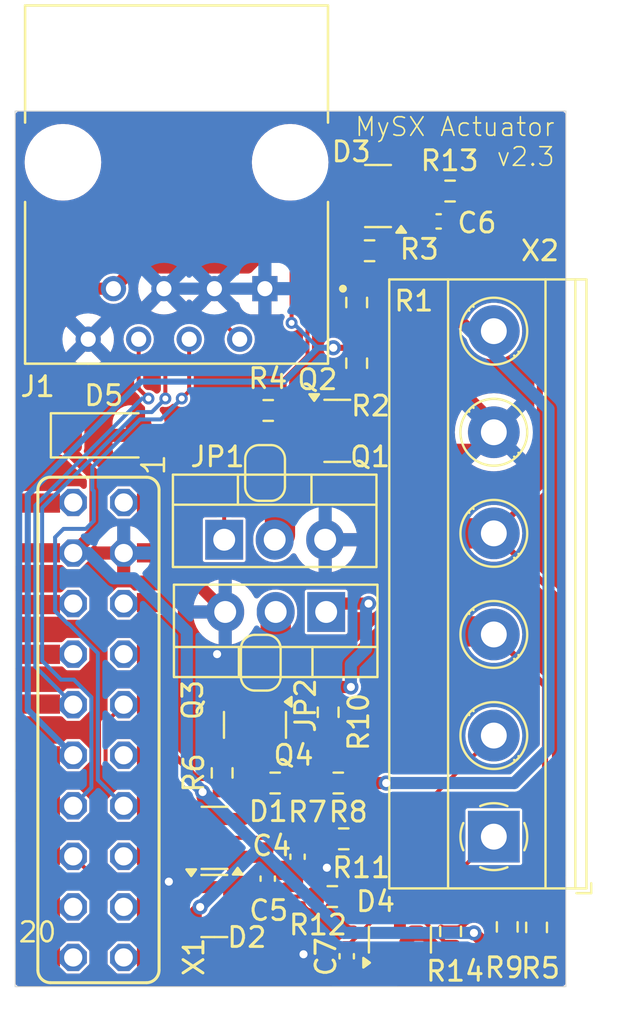
<source format=kicad_pcb>
(kicad_pcb (version 20221018) (generator pcbnew)
  (layers (0 "F.Cu" signal) (31 "B.Cu" signal) (34 "B.Paste" user) (35 "F.Paste" user) (36 "B.SilkS" user "B.Silkscreen") (37 "F.SilkS" user "F.Silkscreen") (38 "B.Mask" user) (39 "F.Mask" user) (44 "Edge.Cuts" user))
  (net 0 "")
  (net 1 "Net-(Q1-G)")
  (net 2 "Net-(JP1-A)")
  (net 3 "GND")
  (net 4 "Net-(Q4-G)")
  (net 5 "Net-(JP2-A)")
  (net 6 "VIN")
  (net 7 "VRAW")
  (net 8 "LED1")
  (net 9 "LED2")
  (net 10 "D5_PWM")
  (net 11 "VCCIO")
  (net 12 "D6_PWM")
  (net 13 "Net-(Q2-G)")
  (net 14 "Net-(Q3-G)")
  (net 15 "D4_INT")
  (net 16 "D9_A3")
  (net 17 "VCC")
  (net 18 "D3_RX")
  (net 19 "D1_TX")
  (net 20 "LEGACY_ID")
  (net 21 "RST")
  (net 22 "D3_INT")
  (net 23 "D8_SDA")
  (net 24 "D7_SCL")
  (net 25 "D10_A4")
  (net 26 "D12_MISO")
  (net 27 "D11_MOSI")
  (net 28 "D14_CS")
  (net 29 "D13_SCK")
  (net 30 "SW1")
  (net 31 "SW2")
  (footprint "Resistor_SMD:R_0603_1608Metric" (layer "F.Cu") (at 153.125 87.275 180)
    (fp_text reference "R3" (at -2.5 0.075) (layer "F.SilkS"))
    (fp_text value "10k")
    (pad "1" smd roundrect (at -0.825 0 180) (size 0.8 0.95) (layers "F.Cu" "F.Paste" "F.Mask") (net 6 "VIN"))
    (pad "2" smd roundrect (at 0.825 0 180) (size 0.8 0.95) (layers "F.Cu" "F.Paste" "F.Mask") (net 2 "Net-(JP1-A)"))
  )
  (footprint "Capacitor_SMD:C_0402_1005Metric" (layer "F.Cu") (at 148 118.825 90)
    (fp_text reference "C5" (at -1.6 0.05 180) (layer "F.SilkS"))
    (fp_text value "10n/50V")
    (pad "1" smd roundrect (at -0.48 0 90) (size 0.56 0.62) (layers "F.Cu" "F.Paste" "F.Mask") (net 16 "D9_A3"))
    (pad "2" smd roundrect (at 0.48 0 90) (size 0.56 0.62) (layers "F.Cu" "F.Paste" "F.Mask") (net 3 "GND"))
  )
  (footprint "MySXActuator:AMPHENOL_54601-908WPLF" (layer "F.Cu") (at 143.4125 82.83 180)
    (fp_text reference "J1" (at 6.9875 -11.27) (layer "F.SilkS"))
    (fp_text value "8P8C")
    (pad "" np_thru_hole circle (at -5.716 0 180) (size 3.35 3.35) (drill 3.35) (layers "*.Cu" "*.Mask"))
    (pad "" np_thru_hole circle (at 5.716 0 180) (size 3.35 3.35) (drill 3.35) (layers "*.Cu" "*.Mask"))
    (pad "1" thru_hole rect (at -4.445 -6.35 180) (size 1.268 1.268) (drill 0.76) (layers "*.Cu" "*.Mask") (net 3 "GND"))
    (pad "2" thru_hole circle (at -3.175 -8.89 180) (size 1.268 1.268) (drill 0.76) (layers "*.Cu" "*.Mask") (net 24 "D7_SCL"))
    (pad "3" thru_hole circle (at -1.905 -6.35 180) (size 1.268 1.268) (drill 0.76) (layers "*.Cu" "*.Mask") (net 3 "GND"))
    (pad "4" thru_hole circle (at -0.635 -8.89 180) (size 1.268 1.268) (drill 0.76) (layers "*.Cu" "*.Mask") (net 23 "D8_SDA"))
    (pad "5" thru_hole circle (at 0.635 -6.35 180) (size 1.268 1.268) (drill 0.76) (layers "*.Cu" "*.Mask") (net 3 "GND"))
    (pad "6" thru_hole circle (at 1.905 -8.89 180) (size 1.268 1.268) (drill 0.76) (layers "*.Cu" "*.Mask") (net 22 "D3_INT"))
    (pad "7" thru_hole circle (at 3.175 -6.35 180) (size 1.268 1.268) (drill 0.76) (layers "*.Cu" "*.Mask") (net 11 "VCCIO"))
    (pad "8" thru_hole circle (at 4.445 -8.89 180) (size 1.268 1.268) (drill 0.76) (layers "*.Cu" "*.Mask") (net 3 "GND"))
  )
  (footprint "Package_TO_SOT_SMD:SOT-23" (layer "F.Cu") (at 147.3581 111.0996 -90)
    (fp_text reference "Q4" (at 1.5254 -1.9419 -180) (layer "F.SilkS"))
    (fp_text value "2N7002")
    (pad "1" smd roundrect (at -0.9375 -0.95 270) (size 1.475 0.6) (layers "F.Cu" "F.Paste" "F.Mask") (net 4 "Net-(Q4-G)"))
    (pad "2" smd roundrect (at -0.9375 0.95 270) (size 1.475 0.6) (layers "F.Cu" "F.Paste" "F.Mask") (net 3 "GND"))
    (pad "3" smd roundrect (at 0.9375 0 270) (size 1.475 0.6) (layers "F.Cu" "F.Paste" "F.Mask") (net 5 "Net-(JP2-A)"))
  )
  (footprint "Package_TO_SOT_THT:TO-220-3_Vertical" (layer "F.Cu") (at 150.94 105.425 180)
    (fp_text reference "Q3" (at 6.715 -4.425 270) (layer "F.SilkS"))
    (fp_text value "IRF540N")
    (pad "1" thru_hole rect (at 0 0 180) (size 1.905 2) (drill 1.1) (layers "*.Cu" "*.Mask") (net 14 "Net-(Q3-G)"))
    (pad "2" thru_hole oval (at 2.54 0 180) (size 1.905 2) (drill 1.1) (layers "*.Cu" "*.Mask") (net 9 "LED2"))
    (pad "3" thru_hole oval (at 5.08 0 180) (size 1.905 2) (drill 1.1) (layers "*.Cu" "*.Mask") (net 3 "GND"))
  )
  (footprint "Resistor_SMD:R_0603_1608Metric" (layer "F.Cu") (at 157.2 121.475 -90)
    (fp_text reference "R14" (at 2 -0.225 -180) (layer "F.SilkS"))
    (fp_text value "2k")
    (pad "1" smd roundrect (at -0.825 0 270) (size 0.8 0.95) (layers "F.Cu" "F.Paste" "F.Mask") (net 9 "LED2"))
    (pad "2" smd roundrect (at 0.825 0 270) (size 0.8 0.95) (layers "F.Cu" "F.Paste" "F.Mask") (net 12 "D6_PWM"))
  )
  (footprint "Resistor_SMD:R_0603_1608Metric" (layer "F.Cu") (at 152.475 92.925 -90)
    (fp_text reference "R2" (at 2.15 -0.7) (layer "F.SilkS"))
    (fp_text value "27")
    (pad "1" smd roundrect (at -0.825 0 270) (size 0.8 0.95) (layers "F.Cu" "F.Paste" "F.Mask") (net 10 "D5_PWM"))
    (pad "2" smd roundrect (at 0.825 0 270) (size 0.8 0.95) (layers "F.Cu" "F.Paste" "F.Mask") (net 1 "Net-(Q1-G)"))
  )
  (footprint "Resistor_SMD:R_0603_1608Metric" (layer "F.Cu") (at 151.0411 110.4646 90)
    (fp_text reference "R10" (at -0.4854 1.5339 90) (layer "F.SilkS"))
    (fp_text value "27")
    (pad "1" smd roundrect (at -0.825 0 90) (size 0.8 0.95) (layers "F.Cu" "F.Paste" "F.Mask") (net 5 "Net-(JP2-A)"))
    (pad "2" smd roundrect (at 0.825 0 90) (size 0.8 0.95) (layers "F.Cu" "F.Paste" "F.Mask") (net 14 "Net-(Q3-G)"))
  )
  (footprint "Package_TO_SOT_SMD:SOT-23" (layer "F.Cu") (at 151.5 96.325)
    (fp_text reference "Q1" (at 1.65 1.3 180) (layer "F.SilkS"))
    (fp_text value "2N7002")
    (pad "1" smd roundrect (at -0.9375 -0.95) (size 1.475 0.6) (layers "F.Cu" "F.Paste" "F.Mask") (net 1 "Net-(Q1-G)"))
    (pad "2" smd roundrect (at -0.9375 0.95) (size 1.475 0.6) (layers "F.Cu" "F.Paste" "F.Mask") (net 3 "GND"))
    (pad "3" smd roundrect (at 0.9375 0) (size 1.475 0.6) (layers "F.Cu" "F.Paste" "F.Mask") (net 2 "Net-(JP1-A)"))
  )
  (footprint "Resistor_SMD:R_0603_1608Metric" (layer "F.Cu") (at 161.525 121.275 90)
    (fp_text reference "R5" (at -2.05 0.2) (layer "F.SilkS"))
    (fp_text value "10k")
    (pad "1" smd roundrect (at -0.825 0 90) (size 0.8 0.95) (layers "F.Cu" "F.Paste" "F.Mask") (net 11 "VCCIO"))
    (pad "2" smd roundrect (at 0.825 0 90) (size 0.8 0.95) (layers "F.Cu" "F.Paste" "F.Mask") (net 8 "LED1"))
  )
  (footprint "Resistor_SMD:R_0603_1608Metric" (layer "F.Cu") (at 157.175 84.275 180)
    (fp_text reference "R13" (at 0.025 1.525) (layer "F.SilkS"))
    (fp_text value "2k")
    (pad "1" smd roundrect (at -0.825 0 180) (size 0.8 0.95) (layers "F.Cu" "F.Paste" "F.Mask") (net 8 "LED1"))
    (pad "2" smd roundrect (at 0.825 0 180) (size 0.8 0.95) (layers "F.Cu" "F.Paste" "F.Mask") (net 10 "D5_PWM"))
  )
  (footprint "Diode_SMD:D_MiniMELF" (layer "F.Cu") (at 139.75 96.55)
    (fp_text reference "D5" (at 0 -2) (layer "F.SilkS"))
    (fp_text value "3.6V")
    (pad "1" smd roundrect (at -1.75 0) (size 1.3 1.7) (layers "F.Cu" "F.Paste" "F.Mask") (roundrect_rratio 0.1923076923) (net 11 "VCCIO"))
    (pad "2" smd roundrect (at 1.75 0) (size 1.3 1.7) (layers "F.Cu" "F.Paste" "F.Mask") (roundrect_rratio 0.1923076923) (net 3 "GND"))
  )
  (footprint "Resistor_SMD:R_0603_1608Metric" (layer "F.Cu") (at 151.25 119.725 180)
    (fp_text reference "R12" (at 0.725 -1.425) (layer "F.SilkS"))
    (fp_text value "2k")
    (pad "1" smd roundrect (at -0.825 0 180) (size 0.8 0.95) (layers "F.Cu" "F.Paste" "F.Mask") (net 31 "SW2"))
    (pad "2" smd roundrect (at 0.825 0 180) (size 0.8 0.95) (layers "F.Cu" "F.Paste" "F.Mask") (net 16 "D9_A3"))
  )
  (footprint "MySXActuator:FE10-2" (layer "F.Cu") (at 139.4841 111.3536 -90)
    (fp_text reference "X1" (at 10.3464 -4.2159 90) (layer "F.SilkS") (effects (justify right top)))
    (fp_text value "~")
    (fp_text user "20" (at 10.7464 2.0341) (layer "F.SilkS") (effects (font (thickness 0.127)) (justify right bottom)))
    (fp_text user "1" (at -13.9536 -3.4409 90) (layer "F.SilkS") (effects (font (size 1.143 1.143) (thickness 0.127)) (justify right bottom)))
    (pad "1" thru_hole roundrect (at -11.43 -1.27 270) (size 1.3716 1.3716) (drill 0.9144) (layers "*.Cu" "*.Mask") (chamfer_ratio 0.2928932188) (chamfer top_left top_right bottom_left bottom_right) (net 17 "VCC"))
    (pad "1" smd rect (at -11.4 -2.9 180) (size 1.9304 0.9652) (layers "F.Cu" "F.Paste" "F.Mask") (net 17 "VCC"))
    (pad "2" thru_hole roundrect (at -11.43 1.27 270) (size 1.3716 1.3716) (drill 0.9144) (layers "*.Cu" "*.Mask") (chamfer_ratio 0.2928932188) (chamfer top_left top_right bottom_left bottom_right) (net 7 "VRAW"))
    (pad "2" smd rect (at -11.4 2.9 180) (size 1.9304 0.9652) (layers "F.Cu" "F.Paste" "F.Mask") (net 7 "VRAW"))
    (pad "3" smd rect (at -8.9 -2.9 180) (size 1.9304 0.9652) (layers "F.Cu" "F.Paste" "F.Mask") (net 3 "GND"))
    (pad "3" thru_hole roundrect (at -8.89 -1.27 270) (size 1.3716 1.3716) (drill 0.9144) (layers "*.Cu" "*.Mask") (chamfer_ratio 0.2928932188) (chamfer top_left top_right bottom_left bottom_right) (net 3 "GND"))
    (pad "4" smd rect (at -8.9 2.9 180) (size 1.9304 0.9652) (layers "F.Cu" "F.Paste" "F.Mask") (net 11 "VCCIO"))
    (pad "4" thru_hole roundrect (at -8.89 1.27 270) (size 1.3716 1.3716) (drill 0.9144) (layers "*.Cu" "*.Mask") (chamfer_ratio 0.2928932188) (chamfer top_left top_right bottom_left bottom_right) (net 11 "VCCIO"))
    (pad "5" smd rect (at -6.4 -2.9 180) (size 1.9304 0.9652) (layers "F.Cu" "F.Paste" "F.Mask") (net 18 "D3_RX"))
    (pad "5" thru_hole roundrect (at -6.35 -1.27 270) (size 1.3716 1.3716) (drill 0.9144) (layers "*.Cu" "*.Mask") (chamfer_ratio 0.2928932188) (chamfer top_left top_right bottom_left bottom_right) (net 18 "D3_RX"))
    (pad "6" thru_hole roundrect (at -6.35 1.27 270) (size 1.3716 1.3716) (drill 0.9144) (layers "*.Cu" "*.Mask") (chamfer_ratio 0.2928932188) (chamfer top_left top_right bottom_left bottom_right) (net 19 "D1_TX"))
    (pad "6" smd rect (at -6.3 2.9 180) (size 1.9304 0.9652) (layers "F.Cu" "F.Paste" "F.Mask") (net 19 "D1_TX"))
    (pad "7" thru_hole roundrect (at -3.81 -1.27 270) (size 1.3716 1.3716) (drill 0.9144) (layers "*.Cu" "*.Mask") (chamfer_ratio 0.2928932188) (chamfer top_left top_right bottom_left bottom_right) (net 20 "LEGACY_ID"))
    (pad "7" smd rect (at -3.8 -2.9 180) (size 1.9304 0.9652) (layers "F.Cu" "F.Paste" "F.Mask") (net 20 "LEGACY_ID"))
    (pad "8" thru_hole roundrect (at -3.81 1.27 270) (size 1.3716 1.3716) (drill 0.9144) (layers "*.Cu" "*.Mask") (chamfer_ratio 0.2928932188) (chamfer top_left top_right bottom_left bottom_right) (net 21 "RST"))
    (pad "8" smd rect (at -3.8 2.9 180) (size 1.9304 0.9652) (layers "F.Cu" "F.Paste" "F.Mask") (net 21 "RST"))
    (pad "9" smd rect (at -1.3 -2.9 180) (size 1.9304 0.9652) (layers "F.Cu" "F.Paste" "F.Mask") (net 15 "D4_INT"))
    (pad "9" thru_hole roundrect (at -1.27 -1.27 270) (size 1.3716 1.3716) (drill 0.9144) (layers "*.Cu" "*.Mask") (chamfer_ratio 0.2928932188) (chamfer top_left top_right bottom_left bottom_right) (net 15 "D4_INT"))
    (pad "10" smd rect (at -1.3 2.9 180) (size 1.9304 0.9652) (layers "F.Cu" "F.Paste" "F.Mask") (net 22 "D3_INT"))
    (pad "10" thru_hole roundrect (at -1.27 1.27 270) (size 1.3716 1.3716) (drill 0.9144) (layers "*.Cu" "*.Mask") (chamfer_ratio 0.2928932188) (chamfer top_left top_right bottom_left bottom_right) (net 22 "D3_INT"))
    (pad "11" thru_hole roundrect (at 1.27 -1.27 270) (size 1.3716 1.3716) (drill 0.9144) (layers "*.Cu" "*.Mask") (chamfer_ratio 0.2928932188) (chamfer top_left top_right bottom_left bottom_right) (net 12 "D6_PWM"))
    (pad "11" smd rect (at 1.3 -2.9 180) (size 1.9304 0.9652) (layers "F.Cu" "F.Paste" "F.Mask") (net 12 "D6_PWM"))
    (pad "12" thru_hole roundrect (at 1.27 1.27 270) (size 1.3716 1.3716) (drill 0.9144) (layers "*.Cu" "*.Mask") (chamfer_ratio 0.2928932188) (chamfer top_left top_right bottom_left bottom_right) (net 10 "D5_PWM"))
    (pad "12" smd rect (at 1.3 2.9 180) (size 1.9304 0.9652) (layers "F.Cu" "F.Paste" "F.Mask") (net 10 "D5_PWM"))
    (pad "13" smd rect (at 3.8 -2.9 180) (size 1.9304 0.9652) (layers "F.Cu" "F.Paste" "F.Mask") (net 23 "D8_SDA"))
    (pad "13" thru_hole roundrect (at 3.81 -1.27 270) (size 1.3716 1.3716) (drill 0.9144) (layers "*.Cu" "*.Mask") (chamfer_ratio 0.2928932188) (chamfer top_left top_right bottom_left bottom_right) (net 23 "D8_SDA"))
    (pad "14" smd rect (at 3.8 2.9 180) (size 1.9304 0.9652) (layers "F.Cu" "F.Paste" "F.Mask") (net 24 "D7_SCL"))
    (pad "14" thru_hole roundrect (at 3.81 1.27 270) (size 1.3716 1.3716) (drill 0.9144) (layers "*.Cu" "*.Mask") (chamfer_ratio 0.2928932188) (chamfer top_left top_right bottom_left bottom_right) (net 24 "D7_SCL"))
    (pad "15" smd rect (at 6.3 -2.9 180) (size 1.9304 0.9652) (layers "F.Cu" "F.Paste" "F.Mask") (net 25 "D10_A4"))
    (pad "15" thru_hole roundrect (at 6.35 -1.27 270) (size 1.3716 1.3716) (drill 0.9144) (layers "*.Cu" "*.Mask") (chamfer_ratio 0.2928932188) (chamfer top_left top_right bottom_left bottom_right) (net 25 "D10_A4"))
    (pad "16" smd rect (at 6.3 2.9 180) (size 1.9304 0.9652) (layers "F.Cu" "F.Paste" "F.Mask") (net 16 "D9_A3"))
    (pad "16" thru_hole roundrect (at 6.35 1.27 270) (size 1.3716 1.3716) (drill 0.9144) (layers "*.Cu" "*.Mask") (chamfer_ratio 0.2928932188) (chamfer top_left top_right bottom_left bottom_right) (net 16 "D9_A3"))
    (pad "17" thru_hole roundrect (at 8.89 -1.27 270) (size 1.3716 1.3716) (drill 0.9144) (layers "*.Cu" "*.Mask") (chamfer_ratio 0.2928932188) (chamfer top_left top_right bottom_left bottom_right) (net 26 "D12_MISO"))
    (pad "17" smd rect (at 8.9 -2.9 180) (size 1.9304 0.9652) (layers "F.Cu" "F.Paste" "F.Mask") (net 26 "D12_MISO"))
    (pad "18" thru_hole roundrect (at 8.89 1.27 270) (size 1.3716 1.3716) (drill 0.9144) (layers "*.Cu" "*.Mask") (chamfer_ratio 0.2928932188) (chamfer top_left top_right bottom_left bottom_right) (net 27 "D11_MOSI"))
    (pad "18" smd rect (at 8.9 2.9 180) (size 1.9304 0.9652) (layers "F.Cu" "F.Paste" "F.Mask") (net 27 "D11_MOSI"))
    (pad "19" smd rect (at 11.4 -2.9 180) (size 1.9304 0.9652) (layers "F.Cu" "F.Paste" "F.Mask") (net 28 "D14_CS"))
    (pad "19" thru_hole roundrect (at 11.43 -1.27 270) (size 1.3716 1.3716) (drill 0.9144) (layers "*.Cu" "*.Mask") (chamfer_ratio 0.2928932188) (chamfer top_left top_right bottom_left bottom_right) (net 28 "D14_CS"))
    (pad "20" smd rect (at 11.4 2.9 180) (size 1.9304 0.9652) (layers "F.Cu" "F.Paste" "F.Mask") (net 29 "D13_SCK"))
    (pad "20" thru_hole roundrect (at 11.43 1.27 270) (size 1.3716 1.3716) (drill 0.9144) (layers "*.Cu" "*.Mask") (chamfer_ratio 0.2928932188) (chamfer top_left top_right bottom_left bottom_right) (net 29 "D13_SCK"))
  )
  (footprint "Resistor_SMD:R_0603_1608Metric" (layer "F.Cu") (at 148.025 95.3 180)
    (fp_text reference "R4" (at 0.0201 1.6036) (layer "F.SilkS"))
    (fp_text value "27")
    (pad "1" smd roundrect (at -0.825 0 180) (size 0.8 0.95) (layers "F.Cu" "F.Paste" "F.Mask") (net 2 "Net-(JP1-A)"))
    (pad "2" smd roundrect (at 0.825 0 180) (size 0.8 0.95) (layers "F.Cu" "F.Paste" "F.Mask") (net 13 "Net-(Q2-G)"))
  )
  (footprint "Jumper:SolderJumper-2_P1.3mm_Open_RoundedPad1.0x1.5mm" (layer "F.Cu") (at 147.65 107.975 90)
    (fp_text reference "JP2" (at -2.15 2.25 270) (layer "F.SilkS"))
    (fp_text value "~")
    (pad "1" smd custom (at -0.65 0 90) (size 1 0.5) (layers "F.Cu" "F.Mask") (net 5 "Net-(JP2-A)") (options (clearance outline) (anchor rect)) (primitives (gr_circle (center 0 0.25) (end 0.5 0.25) (width 0) (fill yes)) (gr_circle (center 0 -0.25) (end 0.5 -0.25) (width 0) (fill yes)) (gr_poly (pts (xy 0.5 0.75) (xy 0 0.75) (xy 0 -0.75) (xy 0.5 -0.75)) (width 0) (fill yes))))
    (pad "2" smd custom (at 0.65 0 90) (size 1 0.5) (layers "F.Cu" "F.Mask") (net 9 "LED2") (options (clearance outline) (anchor rect)) (primitives (gr_circle (center 0 0.25) (end 0.5 0.25) (width 0) (fill yes)) (gr_circle (center 0 -0.25) (end 0.5 -0.25) (width 0) (fill yes)) (gr_poly (pts (xy 0 0.75) (xy -0.5 0.75) (xy -0.5 -0.75) (xy 0 -0.75)) (width 0) (fill yes))))
  )
  (footprint "Resistor_SMD:R_0603_1608Metric" (layer "F.Cu") (at 145.7071 113.5126 90)
    (fp_text reference "R6" (at 0 -1.43 90) (layer "F.SilkS"))
    (fp_text value "10k")
    (pad "1" smd roundrect (at -0.825 0 90) (size 0.8 0.95) (layers "F.Cu" "F.Paste" "F.Mask") (net 12 "D6_PWM"))
    (pad "2" smd roundrect (at 0.825 0 90) (size 0.8 0.95) (layers "F.Cu" "F.Paste" "F.Mask") (net 3 "GND"))
  )
  (footprint "Capacitor_SMD:C_0402_1005Metric" (layer "F.Cu") (at 156.6 85.8 180)
    (fp_text reference "C6" (at -1.925 -0.075) (layer "F.SilkS"))
    (fp_text value "10n/50V")
    (pad "1" smd roundrect (at -0.48 0 180) (size 0.56 0.62) (layers "F.Cu" "F.Paste" "F.Mask") (net 10 "D5_PWM"))
    (pad "2" smd roundrect (at 0.48 0 180) (size 0.56 0.62) (layers "F.Cu" "F.Paste" "F.Mask") (net 3 "GND"))
  )
  (footprint "Resistor_SMD:R_0603_1608Metric" (layer "F.Cu") (at 151.825 116.825 180)
    (fp_text reference "R11" (at -0.875 -1.45) (layer "F.SilkS"))
    (fp_text value "2k")
    (pad "1" smd roundrect (at -0.825 0 180) (size 0.8 0.95) (layers "F.Cu" "F.Paste" "F.Mask") (net 30 "SW1"))
    (pad "2" smd roundrect (at 0.825 0 180) (size 0.8 0.95) (layers "F.Cu" "F.Paste" "F.Mask") (net 15 "D4_INT"))
  )
  (footprint "Package_TO_SOT_SMD:SOT-23" (layer "F.Cu") (at 145.325 116.775 180)
    (fp_text reference "D1" (at -2.7 1.325) (layer "F.SilkS"))
    (fp_text value "BAT54S")
    (pad "1" smd roundrect (at -0.9375 -0.95 180) (size 1.475 0.6) (layers "F.Cu" "F.Paste" "F.Mask") (net 3 "GND"))
    (pad "2" smd roundrect (at -0.9375 0.95 180) (size 1.475 0.6) (layers "F.Cu" "F.Paste" "F.Mask") (net 11 "VCCIO"))
    (pad "3" smd roundrect (at 0.9375 0 180) (size 1.475 0.6) (layers "F.Cu" "F.Paste" "F.Mask") (net 15 "D4_INT"))
  )
  (footprint "Capacitor_SMD:C_0402_1005Metric" (layer "F.Cu") (at 151.975 122.725 -90)
    (fp_text reference "C7" (at 0.025 1.05 90) (layer "F.SilkS"))
    (fp_text value "10n/50V")
    (pad "1" smd roundrect (at -0.48 0 270) (size 0.56 0.62) (layers "F.Cu" "F.Paste" "F.Mask") (net 12 "D6_PWM"))
    (pad "2" smd roundrect (at 0.48 0 270) (size 0.56 0.62) (layers "F.Cu" "F.Paste" "F.Mask") (net 3 "GND"))
  )
  (footprint "Jumper:SolderJumper-2_P1.3mm_Open_RoundedPad1.0x1.5mm" (layer "F.Cu") (at 147.8661 98.44 -90)
    (fp_text reference "JP1" (at -0.815 2.3911 -180) (layer "F.SilkS"))
    (fp_text value "~")
    (pad "1" smd custom (at -0.65 0 270) (size 1 0.5) (layers "F.Cu" "F.Mask") (net 2 "Net-(JP1-A)") (options (clearance outline) (anchor rect)) (primitives (gr_circle (center 0 0.25) (end 0.5 0.25) (width 0) (fill yes)) (gr_circle (center 0 -0.25) (end 0.5 -0.25) (width 0) (fill yes)) (gr_poly (pts (xy 0.5 0.75) (xy 0 0.75) (xy 0 -0.75) (xy 0.5 -0.75)) (width 0) (fill yes))))
    (pad "2" smd custom (at 0.65 0 270) (size 1 0.5) (layers "F.Cu" "F.Mask") (net 8 "LED1") (options (clearance outline) (anchor rect)) (primitives (gr_circle (center 0 0.25) (end 0.5 0.25) (width 0) (fill yes)) (gr_circle (center 0 -0.25) (end 0.5 -0.25) (width 0) (fill yes)) (gr_poly (pts (xy 0 0.75) (xy -0.5 0.75) (xy -0.5 -0.75) (xy 0 -0.75)) (width 0) (fill yes))))
  )
  (footprint "Resistor_SMD:R_0603_1608Metric" (layer "F.Cu") (at 151.5491 114.0206 180)
    (fp_text reference "R8" (at -0.5009 -1.4544) (layer "F.SilkS"))
    (fp_text value "10k")
    (pad "1" smd roundrect (at -0.825 0 180) (size 0.8 0.95) (layers "F.Cu" "F.Paste" "F.Mask") (net 6 "VIN"))
    (pad "2" smd roundrect (at 0.825 0 180) (size 0.8 0.95) (layers "F.Cu" "F.Paste" "F.Mask") (net 5 "Net-(JP2-A)"))
  )
  (footprint "Resistor_SMD:R_0603_1608Metric" (layer "F.Cu") (at 148.3741 114.0206)
    (fp_text reference "R7" (at 1.6259 1.4544) (layer "F.SilkS"))
    (fp_text value "27")
    (pad "1" smd roundrect (at -0.825 0) (size 0.8 0.95) (layers "F.Cu" "F.Paste" "F.Mask") (net 12 "D6_PWM"))
    (pad "2" smd roundrect (at 0.825 0) (size 0.8 0.95) (layers "F.Cu" "F.Paste" "F.Mask") (net 4 "Net-(Q4-G)"))
  )
  (footprint "Package_TO_SOT_SMD:SOT-23" (layer "F.Cu") (at 154.65 121.8875 90)
    (fp_text reference "D4" (at 1.9125 -1.225) (layer "F.SilkS"))
    (fp_text value "BAT54S")
    (pad "1" smd roundrect (at -0.9375 -0.95 90) (size 1.475 0.6) (layers "F.Cu" "F.Paste" "F.Mask") (net 3 "GND"))
    (pad "2" smd roundrect (at -0.9375 0.95 90) (size 1.475 0.6) (layers "F.Cu" "F.Paste" "F.Mask") (net 11 "VCCIO"))
    (pad "3" smd roundrect (at 0.9375 0 90) (size 1.475 0.6) (layers "F.Cu" "F.Paste" "F.Mask") (net 12 "D6_PWM"))
  )
  (footprint "Package_TO_SOT_THT:TO-220-3_Vertical" (layer "F.Cu") (at 145.81 101.795)
    (fp_text reference "Q2" (at 4.69 -8.045) (layer "F.SilkS"))
    (fp_text value "IRF540N")
    (pad "1" thru_hole rect (at 0 0) (size 1.905 2) (drill 1.1) (layers "*.Cu" "*.Mask") (net 13 "Net-(Q2-G)"))
    (pad "2" thru_hole oval (at 2.54 0) (size 1.905 2) (drill 1.1) (layers "*.Cu" "*.Mask") (net 8 "LED1"))
    (pad "3" thru_hole oval (at 5.08 0) (size 1.905 2) (drill 1.1) (layers "*.Cu" "*.Mask") (net 3 "GND"))
  )
  (footprint "TerminalBlock_Phoenix:TerminalBlock_Phoenix_MKDS-1,5-6-5.08_1x06_P5.08mm_Horizontal" (layer "F.Cu") (at 159.375 116.715 90)
    (fp_text reference "X2" (at 29.44 2.325 180) (layer "F.SilkS"))
    (fp_text value "~")
    (pad "1" thru_hole rect (at 0 0 90) (size 2.6 2.6) (drill 1.3) (layers "*.Cu" "*.Mask") (net 31 "SW2"))
    (pad "2" thru_hole circle (at 5.08 0 90) (size 2.6 2.6) (drill 1.3) (layers "*.Cu" "*.Mask") (net 30 "SW1"))
    (pad "3" thru_hole circle (at 10.16 0 90) (size 2.6 2.6) (drill 1.3) (layers "*.Cu" "*.Mask") (net 9 "LED2"))
    (pad "4" thru_hole circle (at 15.24 0 90) (size 2.6 2.6) (drill 1.3) (layers "*.Cu" "*.Mask") (net 8 "LED1"))
    (pad "5" thru_hole circle (at 20.32 0 90) (size 2.6 2.6) (drill 1.3) (layers "*.Cu" "*.Mask") (net 3 "GND"))
    (pad "6" thru_hole circle (at 25.4 0 90) (size 2.6 2.6) (drill 1.3) (layers "*.Cu" "*.Mask") (net 6 "VIN"))
  )
  (footprint "Capacitor_SMD:C_0402_1005Metric" (layer "F.Cu") (at 149.5 117.725 -90)
    (fp_text reference "C4" (at -0.55 1.3) (layer "F.SilkS"))
    (fp_text value "10n/50V")
    (pad "1" smd roundrect (at -0.48 0 270) (size 0.56 0.62) (layers "F.Cu" "F.Paste" "F.Mask") (net 15 "D4_INT"))
    (pad "2" smd roundrect (at 0.48 0 270) (size 0.56 0.62) (layers "F.Cu" "F.Paste" "F.Mask") (net 3 "GND"))
  )
  (footprint "Package_TO_SOT_SMD:SOT-23" (layer "F.Cu") (at 153.55 84.525 180)
    (fp_text reference "D3" (at 1.35 2.225) (layer "F.SilkS"))
    (fp_text value "BAT54S")
    (pad "1" smd roundrect (at -0.9375 -0.95 180) (size 1.475 0.6) (layers "F.Cu" "F.Paste" "F.Mask") (net 3 "GND"))
    (pad "2" smd roundrect (at -0.9375 0.95 180) (size 1.475 0.6) (layers "F.Cu" "F.Paste" "F.Mask") (net 11 "VCCIO"))
    (pad "3" smd roundrect (at 0.9375 0 180) (size 1.475 0.6) (layers "F.Cu" "F.Paste" "F.Mask") (net 10 "D5_PWM"))
  )
  (footprint "Resistor_SMD:R_0603_1608Metric" (layer "F.Cu") (at 160.05 121.25 90)
    (fp_text reference "R9" (at -2.05 -0.15) (layer "F.SilkS"))
    (fp_text value "10k")
    (pad "1" smd roundrect (at -0.825 0 90) (size 0.8 0.95) (layers "F.Cu" "F.Paste" "F.Mask") (net 11 "VCCIO"))
    (pad "2" smd roundrect (at 0.825 0 90) (size 0.8 0.95) (layers "F.Cu" "F.Paste" "F.Mask") (net 9 "LED2"))
  )
  (footprint "Package_TO_SOT_SMD:SOT-23" (layer "F.Cu") (at 145.3125 120.2)
    (fp_text reference "D2" (at 1.6375 1.575) (layer "F.SilkS"))
    (fp_text value "BAT54S")
    (pad "1" smd roundrect (at -0.9375 -0.95) (size 1.475 0.6) (layers "F.Cu" "F.Paste" "F.Mask") (net 3 "GND"))
    (pad "2" smd roundrect (at -0.9375 0.95) (size 1.475 0.6) (layers "F.Cu" "F.Paste" "F.Mask") (net 11 "VCCIO"))
    (pad "3" smd roundrect (at 0.9375 0) (size 1.475 0.6) (layers "F.Cu" "F.Paste" "F.Mask") (net 16 "D9_A3"))
  )
  (footprint "Resistor_SMD:R_0603_1608Metric" (layer "F.Cu") (at 152.475 89.875 90)
    (fp_text reference "R1" (at 0.075 2.875 180) (layer "F.SilkS"))
    (fp_text value "10k")
    (pad "1" smd roundrect (at -0.825 0 90) (size 0.8 0.95) (layers "F.Cu" "F.Paste" "F.Mask") (net 10 "D5_PWM"))
    (pad "2" smd roundrect (at 0.825 0 90) (size 0.8 0.95) (layers "F.Cu" "F.Paste" "F.Mask") (net 3 "GND"))
  )
  (gr_line (start 163 124.2536) (end 163 80.2536) (stroke (width 0.05)) (layer "Edge.Cuts"))
  (gr_line (start 135.2931 80.2536) (end 135.2931 124.2536) (stroke (width 0.05)) (layer "Edge.Cuts"))
  (gr_line (start 135.2931 124.2536) (end 163 124.2536) (stroke (width 0.05)) (layer "Edge.Cuts"))
  (gr_line (start 163 80.2536) (end 135.2931 80.2536) (stroke (width 0.05)) (layer "Edge.Cuts"))
  (gr_text "MySX Actuator\nv2.3" (at 162.5 80.5) (layer "F.SilkS") (effects (font (size 0.93472 0.93472) (thickness 0.08128)) (justify right top)))
  (segment (start 150.5625 95.375) (end 151.8 95.375) (width 0.2) (layer "F.Cu") (net 1))
  (segment (start 151.8 95.375) (end 152.475 94.7) (width 0.2) (layer "F.Cu") (net 1))
  (segment (start 152.475 94.7) (end 152.475 93.75) (width 0.2) (layer "F.Cu") (net 1))
  (segment (start 152.3 87.275) (end 150 89.575) (width 0.2) (layer "F.Cu") (net 2))
  (segment (start 148.85 95.3) (end 148.85 95.8439) (width 0.2) (layer "F.Cu") (net 2))
  (segment (start 150 92.55) (end 148.85 93.7) (width 0.2) (layer "F.Cu") (net 2))
  (segment (start 152.4375 96.325) (end 149.3311 96.325) (width 0.2) (layer "F.Cu") (net 2))
  (segment (start 149.3311 96.325) (end 147.8661 97.79) (width 0.2) (layer "F.Cu") (net 2))
  (segment (start 148.85 93.7) (end 148.85 95.3) (width 0.2) (layer "F.Cu") (net 2))
  (segment (start 150 89.575) (end 150 92.55) (width 0.2) (layer "F.Cu") (net 2))
  (segment (start 148.85 95.8439) (end 149.3311 96.325) (width 0.2) (layer "F.Cu") (net 2))
  (segment (start 141.5 96.55) (end 141.5 96.625) (width 0.6096) (layer "F.Cu") (net 3))
  (segment (start 144.375 118.25) (end 144.375 119.25) (width 0.6096) (layer "F.Cu") (net 3))
  (segment (start 156.12 86.109999) (end 159.593201 89.5832) (width 0.6096) (layer "F.Cu") (net 3))
  (segment (start 145.7071 111.0996) (end 145.5801 110.9726) (width 0.6096) (layer "F.Cu") (net 3))
  (segment (start 150.38 123.205) (end 149.8 122.625) (width 0.6096) (layer "F.Cu") (net 3))
  (segment (start 160.092336 89.5832) (end 161.1068 90.597664) (width 0.6096) (layer "F.Cu") (net 3))
  (segment (start 145.86 105.425) (end 145.86 105.4105) (width 0.6096) (layer "F.Cu") (net 3))
  (segment (start 146.2625 117.725) (end 147.7625 117.725) (width 0.6096) (layer "F.Cu") (net 3))
  (segment (start 145.86 107.1367) (end 145.86 105.425) (width 0.6096) (layer "F.Cu") (net 3))
  (segment (start 152.475 89.05) (end 159.375 95.95) (width 0.6096) (layer "F.Cu") (net 3))
  (segment (start 145.5801 110.9726) (end 145.5801 109.9566) (width 0.6096) (layer "F.Cu") (net 3))
  (segment (start 154.4875 85.475) (end 155.795 85.475) (width 0.6096) (layer "F.Cu") (net 3))
  (segment (start 151.975 123.205) (end 150.38 123.205) (width 0.6096) (layer "F.Cu") (net 3))
  (segment (start 150.5625 97.275) (end 158.495 97.275) (width 0.6096) (layer "F.Cu") (net 3))
  (segment (start 145.4531 107.5436) (end 145.4531 109.7026) (width 0.6096) (layer "F.Cu") (net 3))
  (segment (start 146.3421 109.9566) (end 146.4183 109.9982) (width 0.6096) (layer "F.Cu") (net 3))
  (segment (start 153.7 122.825) (end 153.32 123.205) (width 0.6096) (layer "F.Cu") (net 3))
  (segment (start 156.12 85.8) (end 156.12 86.109999) (width 0.6096) (layer "F.Cu") (net 3))
  (segment (start 145.86 105.4105) (end 142.9131 102.4636) (width 0.6096) (layer "F.Cu") (net 3))
  (segment (start 143.3 119.25) (end 143.025 118.975) (width 0.6096) (layer "F.Cu") (net 3))
  (segment (start 155.795 85.475) (end 156.12 85.8) (width 0.6096) (layer "F.Cu") (net 3))
  (segment (start 145.7071 112.6626) (end 145.7071 111.0996) (width 0.6096) (layer "F.Cu") (net 3))
  (segment (start 141.5 96.625) (end 143.7811 98.9061) (width 0.6096) (layer "F.Cu") (net 3))
  (segment (start 161.1068 90.597664) (end 161.1068 94.6632) (width 0.6096) (layer "F.Cu") (net 3))
  (segment (start 150.6625 118.5875) (end 150.975 118.275) (width 0.6096) (layer "F.Cu") (net 3))
  (segment (start 144.375 119.25) (end 143.3 119.25) (width 0.6096) (layer "F.Cu") (net 3))
  (segment (start 159.375 95.95) (end 159.375 96.395) (width 0.6096) (layer "F.Cu") (net 3))
  (segment (start 148.625 118.5875) (end 148 117.9625) (width 0.6096) (layer "F.Cu") (net 3))
  (segment (start 161.1068 94.6632) (end 159.375 96.395) (width 0.6096) (layer "F.Cu") (net 3))
  (segment (start 145.4531 107.5436) (end 145.86 107.1367) (width 0.6096) (layer "F.Cu") (net 3))
  (segment (start 145.4531 109.7026) (end 145.5801 109.9566) (width 0.6096) (layer "F.Cu") (net 3))
  (segment (start 158.495 97.275) (end 159.375 96.395) (width 0.6096) (layer "F.Cu") (net 3))
  (segment (start 147.7625 117.725) (end 148 117.9625) (width 0.6096) (layer "F.Cu") (net 3))
  (segment (start 159.593201 89.5832) (end 160.092336 89.5832) (width 0.6096) (layer "F.Cu") (net 3))
  (segment (start 143.7811 98.9061) (end 143.7811 101.0566) (width 0.6096) (layer "F.Cu") (net 3))
  (segment (start 142.9131 102.4636) (end 140.7541 102.4636) (width 0.6096) (layer "F.Cu") (net 3))
  (segment (start 144.9 117.725) (end 144.375 118.25) (width 0.6096) (layer "F.Cu") (net 3))
  (segment (start 145.5801 109.9566) (end 146.3421 109.9566) (width 0.6096) (layer "F.Cu") (net 3))
  (segment (start 143.7811 101.0566) (end 142.3841 102.4536) (width 0.6096) (layer "F.Cu") (net 3))
  (segment (start 149.5 118.5875) (end 148.625 118.5875) (width 0.6096) (layer "F.Cu") (net 3))
  (segment (start 153.32 123.205) (end 151.975 123.205) (width 0.6096) (layer "F.Cu") (net 3))
  (segment (start 146.2625 117.725) (end 144.9 117.725) (width 0.6096) (layer "F.Cu") (net 3))
  (segment (start 149.5 118.5875) (end 150.6625 118.5875) (width 0.6096) (layer "F.Cu") (net 3))
  (via (at 145.4531 107.5436) (size 0.762) (drill 0.4064) (layers "F.Cu" "B.Cu") (net 3))
  (via (at 149.8 122.625) (size 0.762) (drill 0.4064) (layers "F.Cu" "B.Cu") (net 3))
  (via (at 143.025 118.975) (size 0.762) (drill 0.4064) (layers "F.Cu" "B.Cu") (net 3))
  (via (at 150.975 118.275) (size 0.762) (drill 0.4064) (layers "F.Cu" "B.Cu") (net 3))
  (segment (start 145.4531 107.5436) (end 151.4221 107.5436) (width 0.6096) (layer "B.Cu") (net 3))
  (segment (start 141.3033 90.6542) (end 142.7775 89.18) (width 0.6096) (layer "B.Cu") (net 3))
  (segment (start 151.4221 107.5436) (end 151.3713 107.5944) (width 0.6096) (layer "B.Cu") (net 3))
  (segment (start 151.847427 110.0074) (end 152.520773 110.0074) (width 0.6096) (layer "B.Cu") (net 3))
  (segment (start 143.025 119.824473) (end 143.025 118.975) (width 0.6096) (layer "B.Cu") (net 3))
  (segment (start 145.3175 89.18) (end 147.8575 89.18) (width 0.6096) (layer "B.Cu") (net 3))
  (segment (start 145.825527 122.625) (end 143.025 119.824473) (width 0.6096) (layer "B.Cu") (net 3))
  (segment (start 145.4531 112.7531) (end 145.4531 107.5436) (width 0.6096) (layer "B.Cu") (net 3))
  (segment (start 152.16 89.18) (end 159.375 96.395) (width 0.6096) (layer "B.Cu") (net 3))
  (segment (start 157.2641 98.5059) (end 159.375 96.395) (width 0.6096) (layer "B.Cu") (net 3))
  (segment (start 150.975 118.275) (end 145.4531 112.7531) (width 0.6096) (layer "B.Cu") (net 3))
  (segment (start 138.9675 91.72) (end 140.0333 90.6542) (width 0.6096) (layer "B.Cu") (net 3))
  (segment (start 149.8 122.625) (end 145.825527 122.625) (width 0.6096) (layer "B.Cu") (net 3))
  (segment (start 157.2641 105.264073) (end 157.2641 98.5059) (width 0.6096) (layer "B.Cu") (net 3))
  (segment (start 151.3713 107.5944) (end 151.3713 109.531273) (width 0.6096) (layer "B.Cu") (net 3))
  (segment (start 147.8575 89.18) (end 152.16 89.18) (width 0.6096) (layer "B.Cu") (net 3))
  (segment (start 142.7775 89.18) (end 145.3175 89.18) (width 0.6096) (layer "B.Cu") (net 3))
  (segment (start 140.0333 90.6542) (end 141.3033 90.6542) (width 0.6096) (layer "B.Cu") (net 3))
  (segment (start 152.520773 110.0074) (end 157.2641 105.264073) (width 0.6096) (layer "B.Cu") (net 3))
  (segment (start 151.3713 109.531273) (end 151.847427 110.0074) (width 0.6096) (layer "B.Cu") (net 3))
  (segment (start 149.2631 114.0206) (end 149.2241 114.0206) (width 0.3048) (layer "F.Cu") (net 4))
  (segment (start 149.1361 109.9566) (end 149.2631 110.0836) (width 0.3048) (layer "F.Cu") (net 4))
  (segment (start 148.3741 109.9566) (end 148.3373 109.9982) (width 0.3048) (layer "F.Cu") (net 4))
  (segment (start 149.2631 110.0836) (end 149.2631 114.0206) (width 0.3048) (layer "F.Cu") (net 4))
  (segment (start 148.3741 109.9566) (end 149.1361 109.9566) (width 0.3048) (layer "F.Cu") (net 4))
  (segment (start 151.0411 112.8776) (end 150.7871 113.1316) (width 0.3048) (layer "F.Cu") (net 5))
  (segment (start 151.0411 111.1631) (end 151.0411 111.3146) (width 0.2) (layer "F.Cu") (net 5))
  (segment (start 150.7871 114.0206) (end 150.6991 114.0206) (width 0.3048) (layer "F.Cu") (net 5))
  (segment (start 150.7871 113.1316) (end 150.7871 114.0206) (width 0.3048) (layer "F.Cu") (net 5))
  (segment (start 151.0411 111.3146) (end 151.0411 112.8776) (width 0.3048) (layer "F.Cu") (net 5))
  (segment (start 147.32 108.6) (end 148.478 108.6) (width 0.2) (layer "F.Cu") (net 5))
  (segment (start 147.3327 112.1664) (end 147.3327 108.6127) (width 0.2) (layer "F.Cu") (net 5))
  (segment (start 147.3327 108.6127) (end 147.32 108.6) (width 0.2) (layer "F.Cu") (net 5))
  (segment (start 148.478 108.6) (end 151.0411 111.1631) (width 0.2) (layer "F.Cu") (net 5))
  (segment (start 158.2055 91.315) (end 159.375 91.315) (width 0.6096) (layer "F.Cu") (net 6))
  (segment (start 154.1655 87.275) (end 158.2055 91.315) (width 0.6096) (layer "F.Cu") (net 6))
  (segment (start 153.95 87.275) (end 154.1655 87.275) (width 0.6096) (layer "F.Cu") (net 6))
  (segment (start 152.3991 114.0206) (end 153.9621 114.0206) (width 0.6096) (layer "F.Cu") (net 6))
  (via (at 153.9621 114.0206) (size 0.762) (drill 0.4064) (layers "F.Cu" "B.Cu") (net 6))
  (segment (start 160.4044 114.0206) (end 162.125 112.3) (width 0.6096) (layer "B.Cu") (net 6))
  (segment (start 153.9621 114.0206) (end 160.4044 114.0206) (width 0.6096) (layer "B.Cu") (net 6))
  (segment (start 162.125 95.2345) (end 158.0511 91.1606) (width 0.6096) (layer "B.Cu") (net 6))
  (segment (start 162.125 112.3) (end 162.125 95.2345) (width 0.6096) (layer "B.Cu") (net 6))
  (segment (start 148.6154 99.2886) (end 148.612542 99.285742) (width 1.524) (layer "F.Cu") (net 8))
  (segment (start 161.525 119.4) (end 162.45 118.475) (width 0.3048) (layer "F.Cu") (net 8))
  (segment (start 157.1645 101.475) (end 156.6291 100.9396) (width 1.524) (layer "F.Cu") (net 8))
  (segment (start 161.691001 87.966001) (end 158 84.275) (width 0.3048) (layer "F.Cu") (net 8))
  (segment (start 148.6154 99.2886) (end 148.6154 101.5296) (width 1.524) (layer "F.Cu") (net 8))
  (segment (start 153.4541 100.9396) (end 151.8031 99.2886) (width 1.524) (layer "F.Cu") (net 8))
  (segment (start 159.375 101.475) (end 162.45 104.55) (width 0.3048) (layer "F.Cu") (net 8))
  (segment (start 148.612542 99.285742) (end 147.8661 99.285742) (width 1.524) (layer "F.Cu") (net 8))
  (segment (start 162.45 104.55) (end 162.45 118.475) (width 0.3048) (layer "F.Cu") (net 8))
  (segment (start 151.8031 99.2886) (end 148.6154 99.2886) (width 1.524) (layer "F.Cu") (net 8))
  (segment (start 161.525 120.45) (end 161.525 119.4) (width 0.3048) (layer "F.Cu") (net 8))
  (segment (start 148.6154 101.5296) (end 148.35 101.795) (width 1.524) (layer "F.Cu") (net 8))
  (segment (start 156.6291 100.9396) (end 153.4541 100.9396) (width 1.524) (layer "F.Cu") (net 8))
  (segment (start 159.375 101.475) (end 157.1645 101.475) (width 1.524) (layer "F.Cu") (net 8))
  (segment (start 161.691001 99.158999) (end 161.691001 87.966001) (width 0.3048) (layer "F.Cu") (net 8))
  (segment (start 159.375 101.475) (end 161.691001 99.158999) (width 0.3048) (layer "F.Cu") (net 8))
  (segment (start 154.2994 106.4006) (end 152.7754 107.9246) (width 1.524) (layer "F.Cu") (net 9))
  (segment (start 159.2206 106.4006) (end 154.2994 106.4006) (width 1.524) (layer "F.Cu") (net 9))
  (segment (start 160.05 120.425) (end 157.425 120.425) (width 0.3048) (layer "F.Cu") (net 9))
  (segment (start 148.4 106.675) (end 148.4 105.425) (width 1.524) (layer "F.Cu") (net 9))
  (segment (start 161.95 109.13) (end 159.375 106.555) (width 0.3048) (layer "F.Cu") (net 9))
  (segment (start 161.95 117.45) (end 161.95 109.13) (width 0.3048) (layer "F.Cu") (net 9))
  (segment (start 159.375 106.555) (end 159.2206 106.4006) (width 1.524) (layer "F.Cu") (net 9))
  (segment (start 148.3 106.675) (end 148.4 106.675) (width 0.3048) (layer "F.Cu") (net 9))
  (segment (start 149.6496 107.9246) (end 148.4 106.675) (width 1.524) (layer "F.Cu") (net 9))
  (segment (start 160.05 119.35) (end 161.95 117.45) (width 0.3048) (layer "F.Cu") (net 9))
  (segment (start 157.425 120.425) (end 157.2 120.65) (width 0.3048) (layer "F.Cu") (net 9))
  (segment (start 160.05 120.425) (end 160.05 119.35) (width 0.3048) (layer "F.Cu") (net 9))
  (segment (start 147.65 107.325) (end 148.3 106.675) (width 0.3048) (layer "F.Cu") (net 9))
  (segment (start 152.7754 107.9246) (end 149.6496 107.9246) (width 1.524) (layer "F.Cu") (net 9))
  (segment (start 147.32 107.3) (end 147.8661 106.7539) (width 0.2) (layer "F.Cu") (net 9))
  (segment (start 152.475 92.1) (end 152.475 90.7) (width 0.3048) (layer "F.Cu") (net 10))
  (segment (start 149.2 87.9375) (end 149.2 90.9) (width 0.2) (layer "F.Cu") (net 10))
  (segment (start 157.08 85.8) (end 157.08 85.005) (width 0.2) (layer "F.Cu") (net 10))
  (segment (start 152.425 92.15) (end 152.475 92.1) (width 0.3048) (layer "F.Cu") (net 10))
  (segment (start 152.6125 84.525) (end 156.1 84.525) (width 0.2) (layer "F.Cu") (net 10))
  (segment (start 156.1 84.525) (end 156.35 84.275) (width 0.2) (layer "F.Cu") (net 10))
  (segment (start 151.3 92.15) (end 152.425 92.15) (width 0.3048) (layer "F.Cu") (net 10))
  (segment (start 152.6125 84.525) (end 149.2 87.9375) (width 0.2) (layer "F.Cu") (net 10))
  (segment (start 157.08 85.005) (end 156.35 84.275) (width 0.2) (layer "F.Cu") (net 10))
  (via (at 151.3 92.15) (size 0.762) (drill 0.4064) (layers "F.Cu" "B.Cu") (net 10))
  (via (at 149.2 90.9) (size 0.6) (drill 0.3) (layers "F.Cu" "B.Cu") (net 10))
  (segment (start 135.9281 99.5426) (end 135.9281 110.3376) (width 0.3048) (layer "B.Cu") (net 10))
  (segment (start 141.6207 93.85) (end 135.9281 99.5426) (width 0.3048) (layer "B.Cu") (net 10))
  (segment (start 148.825 93.85) (end 141.6207 93.85) (width 0.3048) (layer "B.Cu") (net 10))
  (segment (start 135.9281 110.3376) (end 138.2141 112.6236) (width 0.3048) (layer "B.Cu") (net 10))
  (segment (start 151.3 92.15) (end 150.525 92.15) (width 0.3048) (layer "B.Cu") (net 10))
  (segment (start 149.275 90.9) (end 150.525 92.15) (width 0.2) (layer "B.Cu") (net 10))
  (segment (start 150.525 92.15) (end 148.825 93.85) (width 0.3048) (layer "B.Cu") (net 10))
  (segment (start 149.2 90.9) (end 149.275 90.9) (width 0.2) (layer "B.Cu") (net 10))
  (segment (start 137.25 94.55) (end 137.975 95.275) (width 0.6096) (layer "F.Cu") (net 11))
  (segment (start 145.820458 115.825) (end 144.7241 114.728642) (width 0.6096) (layer "F.Cu") (net 11))
  (segment (start 160.075 122.1) (end 160.05 122.075) (width 0.6096) (layer "F.Cu") (net 11))
  (segment (start 139.3317 98.6067) (end 139.3317 101.346) (width 0.6096) (layer "F.Cu") (net 11))
  (segment (start 140.2375 89.18) (end 139.340889 89.18) (width 0.6096) (layer "F.Cu") (net 11))
  (segment (start 154.4875 83.575) (end 151.536913 83.575) (width 0.6096) (layer "F.Cu") (net 11))
  (segment (start 137.25 91.270889) (end 137.25 94.55) (width 0.6096) (layer "F.Cu") (net 11))
  (segment (start 158.9 122.075) (end 158.375 121.55) (width 0.6096) (layer "F.Cu") (net 11))
  (segment (start 155.6 122.825) (end 155.9068 123.1318) (width 0.6096) (layer "F.Cu") (net 11))
  (segment (start 151.536913 83.575) (end 146.997713 88.1142) (width 0.6096) (layer "F.Cu") (net 11))
  (segment (start 161.525 122.1) (end 160.075 122.1) (width 0.6096) (layer "F.Cu") (net 11))
  (segment (start 141.3033 88.1142) (end 140.2375 89.18) (width 0.6096) (layer "F.Cu") (net 11))
  (segment (start 155.9068 123.1318) (end 157.8432 123.1318) (width 0.6096) (layer "F.Cu") (net 11))
  (segment (start 160.05 122.075) (end 158.9 122.075) (width 0.6096) (layer "F.Cu") (net 11))
  (segment (start 157.8432 123.1318) (end 158.9 122.075) (width 0.6096) (layer "F.Cu") (net 11))
  (segment (start 137.975 95.275) (end 137.975 97.25) (width 0.6096) (layer "F.Cu") (net 11))
  (segment (start 139.3317 101.346) (end 138.2141 102.4636) (width 0.6096) (layer "F.Cu") (net 11))
  (segment (start 146.997713 88.1142) (end 141.3033 88.1142) (width 0.6096) (layer "F.Cu") (net 11))
  (segment (start 146.2625 115.825) (end 145.820458 115.825) (width 0.6096) (layer "F.Cu") (net 11))
  (segment (start 144.375 120.475) (end 144.6 120.25) (width 0.6096) (layer "F.Cu") (net 11))
  (segment (start 144.375 121.15) (end 144.375 120.475) (width 0.6096) (layer "F.Cu") (net 11))
  (segment (start 144.7241 114.728642) (end 144.7241 114.472031) (width 0.6096) (layer "F.Cu") (net 11))
  (segment (start 139.340889 89.18) (end 137.25 91.270889) (width 0.6096) (layer "F.Cu") (net 11))
  (segment (start 137.975 97.25) (end 139.3317 98.6067) (width 0.6096) (layer "F.Cu") (net 11))
  (via (at 144.6 120.25) (size 0.762) (drill 0.4064) (layers "F.Cu" "B.Cu") (net 11))
  (via (at 158.375 121.55) (size 0.762) (drill 0.4064) (layers "F.Cu" "B.Cu") (net 11))
  (via (at 144.7241 114.472031) (size 0.762) (drill 0.4064) (layers "F.Cu" "B.Cu") (net 11))
  (segment (start 144.76975 114.48025) (end 143.9291 113.6396) (width 0.6096) (layer "B.Cu") (net 11))
  (segment (start 147.48225 117.36775) (end 147.65725 117.36775) (width 0.6096) (layer "B.Cu") (net 11))
  (segment (start 147.65725 117.36775) (end 144.76975 114.48025) (width 0.6096) (layer "B.Cu") (net 11))
  (segment (start 143.9291 113.6396) (end 143.9291 106.4006) (width 0.6096) (layer "B.Cu") (net 11))
  (segment (start 158.375 121.55) (end 151.8395 121.55) (width 0.6096) (layer "B.Cu") (net 11))
  (segment (start 151.8395 121.55) (end 147.65725 117.36775) (width 0.6096) (layer "B.Cu") (net 11))
  (segment (start 143.9291 106.4006) (end 141.2621 103.7336) (width 0.6096) (layer "B.Cu") (net 11))
  (segment (start 138.9761 102.4636) (end 138.2141 102.4636) (width 0.6096) (layer "B.Cu") (net 11))
  (segment (start 144.761531 114.472031) (end 144.76975 114.48025) (width 0.6096) (layer "B.Cu") (net 11))
  (segment (start 144.7241 114.472031) (end 144.761531 114.472031) (width 0.6096) (layer "B.Cu") (net 11))
  (segment (start 144.6 120.25) (end 147.48225 117.36775) (width 0.6096) (layer "B.Cu") (net 11))
  (segment (start 140.2461 103.7336) (end 138.9761 102.4636) (width 0.6096) (layer "B.Cu") (net 11))
  (segment (start 141.2621 103.7336) (end 140.2461 103.7336) (width 0.6096) (layer "B.Cu") (net 11))
  (segment (start 149.6515 116.123) (end 147.5491 114.0206) (width 0.2) (layer "F.Cu") (net 12))
  (segment (start 145.9611 114.0206) (end 145.7071 114.2746) (width 0.3048) (layer "F.Cu") (net 12))
  (segment (start 153.27 120.95) (end 151.975 122.245) (width 0.2) (layer "F.Cu") (net 12))
  (segment (start 147.5241 114.0206) (end 145.9611 114.0206) (width 0.3048) (layer "F.Cu") (net 12))
  (segment (start 155.85 120.95) (end 154.65 120.95) (width 0.2) (layer "F.Cu") (net 12))
  (segment (start 151.448 119.027) (end 151.627 118.848) (width 0.2) (layer "F.Cu") (net 12))
  (segment (start 154.65 120.95) (end 153.27 120.95) (width 0.2) (layer "F.Cu") (net 12))
  (segment (start 153.27 120.95) (end 152.215588 120.95) (width 0.2) (layer "F.Cu") (net 12))
  (segment (start 140.7541 112.6236) (end 143.2941 112.6236) (width 0.3048) (layer "F.Cu") (net 12))
  (segment (start 143.2941 112.6236) (end 144.4371 113.7666) (width 0.3048) (layer "F.Cu") (net 12))
  (segment (start 151.627 118.848) (end 151.627 116.367588) (width 0.2) (layer "F.Cu") (net 12))
  (segment (start 151.448 120.182412) (end 151.448 119.027) (width 0.2) (layer "F.Cu") (net 12))
  (segment (start 151.382412 116.123) (end 149.6515 116.123) (width 0.2) (layer "F.Cu") (net 12))
  (segment (start 152.215588 120.95) (end 151.448 120.182412) (width 0.2) (layer "F.Cu") (net 12))
  (segment (start 144.4371 113.7666) (end 145.1111 113.7666) (width 0.3048) (layer "F.Cu") (net 12))
  (segment (start 145.7071 114.2746) (end 145.7071 114.3626) (width 0.3048) (layer "F.Cu") (net 12))
  (segment (start 151.627 116.367588) (end 151.382412 116.123) (width 0.2) (layer "F.Cu") (net 12))
  (segment (start 157.2 122.3) (end 155.85 120.95) (width 0.2) (layer "F.Cu") (net 12))
  (segment (start 145.1111 113.7666) (end 145.7071 114.3626) (width 0.3048) (layer "F.Cu") (net 12))
  (segment (start 145.7764 101.8286) (end 145.81 101.795) (width 0.2) (layer "F.Cu") (net 13))
  (segment (start 145.81 101.795) (end 145.81 99.808) (width 0.2) (layer "F.Cu") (net 13))
  (segment (start 146.05 97.028) (end 147.2 95.878) (width 0.2) (layer "F.Cu") (net 13))
  (segment (start 146.05 99.568) (end 146.05 97.028) (width 0.2) (layer "F.Cu") (net 13))
  (segment (start 145.81 99.808) (end 146.05 99.568) (width 0.2) (layer "F.Cu") (net 13))
  (segment (start 147.2 95.878) (end 147.2 95.3) (width 0.2) (layer "F.Cu") (net 13))
  (segment (start 151.4221 109.1946) (end 152.1841 109.1946) (width 0.6096) (layer "F.Cu") (net 14))
  (segment (start 151.0411 109.4486) (end 151.1681 109.4486) (width 0.6096) (layer "F.Cu") (net 14))
  (segment (start 153.0731 105.0036) (end 151.3614 105.0036) (width 0.6096) (layer "F.Cu") (net 14))
  (segment (start 151.3614 105.0036) (end 150.94 105.425) (width 0.6096) (layer "F.Cu") (net 14))
  (segment (start 151.1681 109.4486) (end 151.4221 109.1946) (width 0.6096) (layer "F.Cu") (net 14))
  (segment (start 151.0411 109.6146) (end 151.0411 109.4486) (width 0.6096) (layer "F.Cu") (net 14))
  (via (at 153.0731 105.0036) (size 0.762) (drill 0.4064) (layers "F.Cu" "B.Cu") (net 14))
  (via (at 152.1841 109.1946) (size 0.762) (drill 0.4064) (layers "F.Cu" "B.Cu") (net 14))
  (segment (start 152.9461 107.2896) (end 152.9461 105.1306) (width 0.6096) (layer "B.Cu") (net 14))
  (segment (start 152.1841 109.1946) (end 152.1841 108.0516) (width 0.6096) (layer "B.Cu") (net 14))
  (segment (start 152.1841 108.0516) (end 152.9461 107.2896) (width 0.6096) (layer "B.Cu") (net 14))
  (segment (start 152.9461 105.1306) (end 153.0731 105.0036) (width 0.6096) (layer "B.Cu") (net 14))
  (segment (start 142.9573 113.825) (end 140.664604 113.825) (width 0.2) (layer "F.Cu") (net 15))
  (segment (start 150.58 117.245) (end 151 116.825) (width 0.2) (layer "F.Cu") (net 15))
  (segment (start 144.3875 116.775) (end 149.03 116.775) (width 0.2) (layer "F.Cu") (net 15))
  (segment (start 149.5 117.245) (end 150.58 117.245) (width 0.2) (layer "F.Cu") (net 15))
  (segment (start 144.3875 115.2552) (end 142.9573 113.825) (width 0.2) (layer "F.Cu") (net 15))
  (segment (start 144.3875 116.775) (end 144.3875 115.2552) (width 0.2) (layer "F.Cu") (net 15))
  (segment (start 149.03 116.775) (end 149.5 117.245) (width 0.2) (layer "F.Cu") (net 15))
  (segment (start 140.664604 113.825) (end 139.8413 113.001696) (width 0.2) (layer "F.Cu") (net 15))
  (segment (start 139.8413 113.001696) (end 139.8413 110.9964) (width 0.2) (layer "F.Cu") (net 15))
  (segment (start 139.8413 110.9964) (end 140.7541 110.0836) (width 0.2) (layer "F.Cu") (net 15))
  (segment (start 139.175 118.6645) (end 138.2141 117.7036) (width 0.2) (layer "F.Cu") (net 16))
  (segment (start 140.8208 121.8708) (end 139.175 120.225) (width 0.2) (layer "F.Cu") (net 16))
  (segment (start 150.425 119.725) (end 150.3875 119.6875) (width 0.2) (layer "F.Cu") (net 16))
  (segment (start 139.175 120.225) (end 139.175 118.6645) (width 0.2) (layer "F.Cu") (net 16))
  (segment (start 146.25 120.549816) (end 144.929016 121.8708) (width 0.2) (layer "F.Cu") (net 16))
  (segment (start 144.929016 121.8708) (end 140.8208 121.8708) (width 0.2) (layer "F.Cu") (net 16))
  (segment (start 147.145 119.305) (end 146.25 120.2) (width 0.2) (layer "F.Cu") (net 16))
  (segment (start 148 119.305) (end 147.145 119.305) (width 0.2) (layer "F.Cu") (net 16))
  (segment (start 150.425 119.725) (end 148.42 119.725) (width 0.2) (layer "F.Cu") (net 16))
  (segment (start 146.25 120.2) (end 146.25 120.549816) (width 0.2) (layer "F.Cu") (net 16))
  (segment (start 148.42 119.725) (end 148 119.305) (width 0.2) (layer "F.Cu") (net 16))
  (segment (start 141.5075 94.2075) (end 141.5075 91.72) (width 0.2) (layer "F.Cu") (net 22))
  (segment (start 142 94.7) (end 141.5075 94.2075) (width 0.2) (layer "F.Cu") (net 22))
  (segment (start 141.5075 91.72) (end 141.5075 91.9) (width 0.2) (layer "F.Cu") (net 22))
  (via (at 142 94.7) (size 0.6) (drill 0.3) (layers "F.Cu" "B.Cu") (net 22))
  (segment (start 136.3075 100.075) (end 138.0075 98.375) (width 0.2) (layer "B.Cu") (net 22))
  (segment (start 138.0075 98.3675) (end 141.45 94.925) (width 0.2) (layer "B.Cu") (net 22))
  (segment (start 141.675 94.7) (end 142 94.7) (width 0.2) (layer "B.Cu") (net 22))
  (segment (start 136.3075 108.177) (end 136.3075 100.075) (width 0.2) (layer "B.Cu") (net 22))
  (segment (start 141.45 94.925) (end 141.675 94.7) (width 0.2) (layer "B.Cu") (net 22))
  (segment (start 138.2141 110.0836) (end 136.3075 108.177) (width 0.2) (layer "B.Cu") (net 22))
  (segment (start 143.675 94.7) (end 144.0475 94.3275) (width 0.2) (layer "F.Cu") (net 23))
  (segment (start 144.0475 94.3275) (end 144.0475 91.72) (width 0.2) (layer "F.Cu") (net 23))
  (via (at 143.675 94.7) (size 0.6) (drill 0.3) (layers "F.Cu" "B.Cu") (net 23))
  (segment (start 139.175 98.149896) (end 139.374948 97.949948) (width 0.2) (layer "B.Cu") (net 23))
  (segment (start 137.3013 105.381696) (end 137.3013 101.6737) (width 0.2) (layer "B.Cu") (net 23))
  (segment (start 139.25 100.85) (end 139.25 99.35) (width 0.2) (layer "B.Cu") (net 23))
  (segment (start 137.944604 106.025) (end 137.3013 105.381696) (width 0.2) (layer "B.Cu") (net 23))
  (segment (start 139.25 99.35) (end 139.175 99.275) (width 0.2) (layer "B.Cu") (net 23))
  (segment (start 139.175 99.275) (end 139.175 98.149896) (width 0.2) (layer "B.Cu") (net 23))
  (segment (start 140.7541 115.1636) (end 139.4539 113.8634) (width 0.2) (layer "B.Cu") (net 23))
  (segment (start 137.725 101.25) (end 138.178596 101.25) (width 0.2) (layer "B.Cu") (net 23))
  (segment (start 138.178596 101.25) (end 138.5 101.25) (width 0.2) (layer "B.Cu") (net 23))
  (segment (start 138.85 101.25) (end 139.25 100.85) (width 0.2) (layer "B.Cu") (net 23))
  (segment (start 137.3013 101.6737) (end 137.725 101.25) (width 0.2) (layer "B.Cu") (net 23))
  (segment (start 142.625 95.75) (end 143.675 94.7) (width 0.2) (layer "B.Cu") (net 23))
  (segment (start 139.4539 107.492504) (end 137.986396 106.025) (width 0.2) (layer "B.Cu") (net 23))
  (segment (start 138.5 101.25) (end 138.85 101.25) (width 0.2) (layer "B.Cu") (net 23))
  (segment (start 141.574896 95.75) (end 141.575 95.75) (width 0.2) (layer "B.Cu") (net 23))
  (segment (start 141.575 95.75) (end 142.625 95.75) (width 0.2) (layer "B.Cu") (net 23))
  (segment (start 137.986396 106.025) (end 137.944604 106.025) (width 0.2) (layer "B.Cu") (net 23))
  (segment (start 139.4539 113.8634) (end 139.4539 107.492504) (width 0.2) (layer "B.Cu") (net 23))
  (segment (start 139.374948 97.949948) (end 141.574896 95.75) (width 0.2) (layer "B.Cu") (net 23))
  (segment (start 142.85 94.7) (end 142.85 91.699862) (width 0.2) (layer "F.Cu") (net 24))
  (segment (start 145.5925 90.725) (end 146.5875 91.72) (width 0.2) (layer "F.Cu") (net 24))
  (segment (start 142.85 91.699862) (end 143.824862 90.725) (width 0.2) (layer "F.Cu") (net 24))
  (segment (start 143.824862 90.725) (end 145.5925 90.725) (width 0.2) (layer "F.Cu") (net 24))
  (via (at 142.85 94.7) (size 0.6) (drill 0.3) (layers "F.Cu" "B.Cu") (net 24))
  (segment (start 136.65 100.196804) (end 138.144804 98.702) (width 0.2) (layer "B.Cu") (net 24))
  (segment (start 139.1269 114.2508) (end 139.1269 109.705504) (width 0.2) (layer "B.Cu") (net 24))
  (segment (start 139.1269 109.705504) (end 138.246396 108.825) (width 0.2) (layer "B.Cu") (net 24))
  (segment (start 138.160448 98.702) (end 139.456224 97.406224) (width 0.2) (layer "B.Cu") (net 24))
  (segment (start 138.2141 115.1636) (end 139.1269 114.2508) (width 0.2) (layer "B.Cu") (net 24))
  (segment (start 138.246396 108.825) (end 137.6 108.825) (width 0.2) (layer "B.Cu") (net 24))
  (segment (start 138.144804 98.702) (end 138.160448 98.702) (width 0.2) (layer "B.Cu") (net 24))
  (segment (start 137.6 108.825) (end 136.65 107.875) (width 0.2) (layer "B.Cu") (net 24))
  (segment (start 141.456224 95.381224) (end 142.168776 95.381224) (width 0.2) (layer "B.Cu") (net 24))
  (segment (start 136.65 107.875) (end 136.65 104.275) (width 0.2) (layer "B.Cu") (net 24))
  (segment (start 136.65 104.275) (end 136.65 100.196804) (width 0.2) (layer "B.Cu") (net 24))
  (segment (start 139.456224 97.381224) (end 141.456224 95.381224) (width 0.2) (layer "B.Cu") (net 24))
  (segment (start 139.456224 97.406224) (end 139.456224 97.381224) (width 0.2) (layer "B.Cu") (net 24))
  (segment (start 142.168776 95.381224) (end 142.85 94.7) (width 0.2) (layer "B.Cu") (net 24))
  (segment (start 154.185 116.825) (end 152.65 116.825) (width 0.2) (layer "F.Cu") (net 30))
  (segment (start 159.375 111.635) (end 154.185 116.825) (width 0.2) (layer "F.Cu") (net 30))
  (segment (start 156.39 119.7) (end 159.375 116.715) (width 0.2) (layer "F.Cu") (net 31))
  (segment (start 152.075 119.725) (end 152.1 119.7) (width 0.2) (layer "F.Cu") (net 31))
  (segment (start 152.1 119.7) (end 156.39 119.7) (width 0.2) (layer "F.Cu") (net 31))
  (zone (net 3) (net_name "GND") (layer "F.Cu") (priority 6) (connect_pads (clearance 0.000001)) (min_thickness 0.3048) (fill yes (thermal_gap 0.6596) (thermal_bridge_width 0.6596))
    (polygon (pts (xy 163 124.25) (xy 135.3 124.25) (xy 135.3 80.25) (xy 163 80.25)))
  )
  (zone (net 3) (net_name "GND") (layer "B.Cu") (priority 6) (connect_pads (clearance 0.000001)) (min_thickness 0.3048) (fill yes (thermal_gap 0.6596) (thermal_bridge_width 0.6596))
    (polygon (pts (xy 163 124.25) (xy 135.3 124.25) (xy 135.3 80.25) (xy 163 80.25)))
  )
)
</source>
